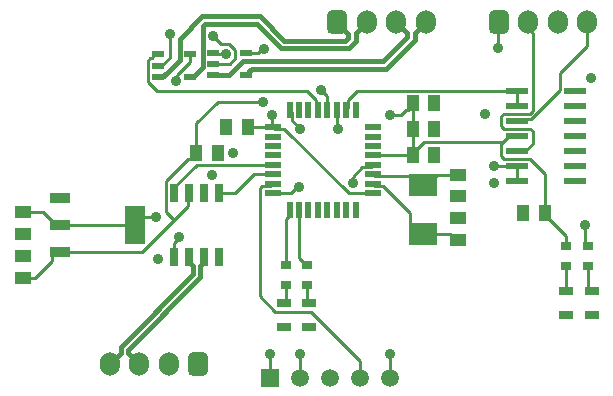
<source format=gtl>
G04*
G04 #@! TF.GenerationSoftware,Altium Limited,Altium Designer,20.2.3 (150)*
G04*
G04 Layer_Physical_Order=1*
G04 Layer_Color=255*
%FSLAX25Y25*%
%MOIN*%
G70*
G04*
G04 #@! TF.SameCoordinates,5AD5DEB4-D25B-43D4-AA11-83956EA83F71*
G04*
G04*
G04 #@! TF.FilePolarity,Positive*
G04*
G01*
G75*
%ADD14C,0.01000*%
%ADD16R,0.03937X0.05315*%
%ADD17R,0.09449X0.07480*%
%ADD18R,0.05315X0.03937*%
%ADD19R,0.02362X0.05807*%
%ADD20R,0.05807X0.02362*%
%ADD21R,0.03937X0.02362*%
%ADD22R,0.06890X0.12598*%
%ADD23R,0.06890X0.03740*%
%ADD24R,0.07800X0.02200*%
%ADD25R,0.04921X0.02953*%
%ADD26R,0.03347X0.02756*%
%ADD27R,0.02756X0.06102*%
%ADD45C,0.01500*%
%ADD46O,0.06693X0.07874*%
G04:AMPARAMS|DCode=47|XSize=66.93mil|YSize=78.74mil|CornerRadius=16.73mil|HoleSize=0mil|Usage=FLASHONLY|Rotation=0.000|XOffset=0mil|YOffset=0mil|HoleType=Round|Shape=RoundedRectangle|*
%AMROUNDEDRECTD47*
21,1,0.06693,0.04528,0,0,0.0*
21,1,0.03347,0.07874,0,0,0.0*
1,1,0.03346,0.01673,-0.02264*
1,1,0.03346,-0.01673,-0.02264*
1,1,0.03346,-0.01673,0.02264*
1,1,0.03346,0.01673,0.02264*
%
%ADD47ROUNDEDRECTD47*%
%ADD48C,0.05906*%
%ADD49R,0.05906X0.05906*%
%ADD50C,0.03543*%
D14*
X438584Y284357D02*
X439273D01*
X436511Y286429D02*
X438584Y284357D01*
X427500Y286429D02*
X436511D01*
X426516D02*
X427500D01*
X423276Y289669D02*
X426516Y286429D01*
X423276Y289669D02*
Y293291D01*
X414122Y302445D02*
X423276Y293291D01*
X432137Y306224D02*
X439273D01*
X428484Y302571D02*
X432137Y306224D01*
X427500Y302571D02*
X428484D01*
X424476Y305594D02*
X427500Y302571D01*
X382976Y327685D02*
X383658Y327004D01*
Y324248D02*
Y327004D01*
Y324248D02*
X386406Y321500D01*
X386500D01*
X427667Y317000D02*
X454000D01*
X377000Y322339D02*
Y326000D01*
X377315Y322024D02*
X377996Y321342D01*
X404000Y305496D02*
X407248Y308744D01*
X410004D02*
X410685Y309425D01*
X398862Y321638D02*
Y327547D01*
X394575Y333500D02*
X395537Y332537D01*
Y327722D02*
X395575Y327685D01*
X377315Y299976D02*
X383483D01*
X385493Y301987D01*
X386099D01*
X402645Y299976D02*
X410685D01*
X381279Y321342D02*
X402645Y299976D01*
X404000Y303248D02*
Y305496D01*
X407248Y308744D02*
X410004D01*
X398862Y321638D02*
X399000Y321500D01*
X377996Y321342D02*
X381279D01*
X393500Y334500D02*
X393575D01*
X398724Y327685D02*
X398862Y327547D01*
X393575Y334500D02*
X394575Y333500D01*
X395537Y327722D02*
Y332537D01*
X376685Y322024D02*
X377000Y322339D01*
X410685Y312575D02*
X423931D01*
X424000Y312644D01*
X377000Y322339D02*
X377315Y322024D01*
X369180Y322178D02*
X369335Y322024D01*
X376685D01*
X424000Y313333D02*
X427667Y317000D01*
X454000D02*
X456000Y319000D01*
X453500Y316500D02*
X454000Y317000D01*
X424000Y313333D02*
Y321322D01*
Y312644D02*
Y313333D01*
Y321322D02*
Y329311D01*
Y330000D01*
X422532Y327842D02*
X424000Y329311D01*
X421842Y327842D02*
X422532D01*
X420000Y326000D02*
X421842Y327842D01*
X416500Y326000D02*
X420000D01*
X359000Y330500D02*
X374000D01*
X351858Y323358D02*
X359000Y330500D01*
X351858Y312921D02*
Y313500D01*
Y314189D01*
Y323358D01*
X405433Y334000D02*
X458800D01*
X402555Y331122D02*
X405433Y334000D01*
X402555Y328366D02*
Y331122D01*
X462500Y354869D02*
X463987Y353382D01*
X462500Y354869D02*
Y357000D01*
X463987Y327367D02*
Y353382D01*
X463121Y326500D02*
X463987Y327367D01*
X349913Y343730D02*
Y346240D01*
X345487Y339303D02*
X349913Y343730D01*
X341588Y343772D02*
X341588D01*
X339087Y342500D02*
X339768Y343181D01*
X340998D01*
X341588Y343772D01*
X341588D02*
X343000Y345183D01*
Y353000D01*
X349159Y311453D02*
X350390D01*
X341835Y293665D02*
Y304129D01*
X350390Y311453D02*
X351858Y312921D01*
X341835Y304129D02*
X349159Y311453D01*
X481500Y284500D02*
Y289500D01*
Y284500D02*
X481540Y284460D01*
Y283126D02*
Y284460D01*
X388782Y334084D02*
X391744Y331122D01*
X338792Y334084D02*
X388782D01*
X391744Y330228D02*
X391744D01*
X391744D02*
Y331122D01*
X391744Y328366D02*
Y330228D01*
X357602Y352500D02*
X360266Y349837D01*
X362790D01*
X364967Y347660D01*
Y344950D02*
Y347660D01*
X363018Y343000D02*
X364967Y344950D01*
X357587Y343000D02*
X363018D01*
X358022Y346305D02*
X361695D01*
X373812Y348000D02*
X374500D01*
X372552Y346740D02*
X373812Y348000D01*
X368413Y346740D02*
X372552D01*
X357587D02*
X358022Y346305D01*
X294000Y293725D02*
X300798D01*
X294000Y271858D02*
X298012D01*
X306598Y289500D02*
X331402D01*
X333902Y292000D01*
X338500D01*
X481540Y283126D02*
X482418Y282248D01*
X482500D01*
X451000Y309000D02*
X458800D01*
X456000Y319000D02*
X458800D01*
X453500Y312479D02*
Y316500D01*
Y312479D02*
X454592Y311387D01*
X463233D01*
X468142Y306479D01*
Y293500D02*
Y306479D01*
X452500Y356842D02*
X452658Y357000D01*
X452500Y348500D02*
Y356842D01*
X335831Y337046D02*
Y344214D01*
Y337046D02*
X338792Y334084D01*
X391744Y328366D02*
X392425Y327685D01*
X344483Y291017D02*
X349144Y295677D01*
X333911Y280445D02*
X344483Y291017D01*
X341835Y293665D02*
X344483Y291017D01*
X349144Y295677D02*
Y299872D01*
X349500Y300228D01*
X416500Y238500D02*
Y246500D01*
X337028Y344969D02*
X338299Y346240D01*
X336585Y344969D02*
X337028D01*
X335831Y344214D02*
X336585Y344969D01*
X338299Y346240D02*
X339087D01*
X463342Y324600D02*
X473013Y334271D01*
X463987Y316387D02*
Y320633D01*
X453613Y322367D02*
Y325633D01*
X459400Y324600D02*
X463342D01*
X463121Y321500D02*
X463987Y320633D01*
X453613Y325633D02*
X454479Y326500D01*
X473013Y334271D02*
Y340010D01*
X458800Y314000D02*
X461600D01*
X454479Y321500D02*
X463121D01*
X454479Y326500D02*
X463121D01*
X461600Y314000D02*
X463987Y316387D01*
X453613Y322367D02*
X454479Y321500D01*
X458800Y324000D02*
X459400Y324600D01*
X482185Y349182D02*
Y357000D01*
X473013Y340010D02*
X482185Y349182D01*
X401874Y327685D02*
X402555Y328366D01*
X475142Y282277D02*
Y285811D01*
X468142Y292811D02*
X475142Y285811D01*
X468142Y292811D02*
Y293500D01*
X346099Y284922D02*
Y285487D01*
X344500Y283323D02*
X346099Y284922D01*
X344500Y278772D02*
Y283323D01*
X306598Y280445D02*
X333911D01*
X376500Y238500D02*
X376599Y238599D01*
Y246487D01*
X386500Y238500D02*
Y246500D01*
X378148Y260551D02*
X390074D01*
X373124Y265575D02*
Y301691D01*
Y265575D02*
X378148Y260551D01*
X390074D02*
X406500Y244125D01*
X373878Y302445D02*
X376634D01*
X373124Y301691D02*
X373878Y302445D01*
X376634D02*
X377315Y303126D01*
X406500Y238500D02*
Y244125D01*
X388556Y276029D02*
X388851D01*
X386126Y278459D02*
Y294315D01*
Y278459D02*
X388556Y276029D01*
X381642D02*
Y291258D01*
X382976Y292593D01*
Y294315D01*
X388851Y263890D02*
Y269532D01*
Y263890D02*
X389426Y263315D01*
X381642Y263815D02*
Y269532D01*
X381142Y263315D02*
X381642Y263815D01*
X305024Y280445D02*
X306598D01*
X352024Y309425D02*
X377315D01*
X344500Y301902D02*
X352024Y309425D01*
X300798Y293725D02*
X305024Y289500D01*
X306598D01*
X298012Y271858D02*
X303654Y277500D01*
Y279075D01*
X305024Y280445D01*
X344500Y300228D02*
Y301902D01*
X359500Y300228D02*
X364962D01*
X371009Y306276D01*
X377315D01*
X458800Y329000D02*
Y334000D01*
Y304000D02*
Y309000D01*
X482500Y268228D02*
Y275752D01*
Y268228D02*
X483476Y267252D01*
X483642D01*
X475142Y267315D02*
Y275781D01*
X410685Y303126D02*
X411366Y302445D01*
X414122D01*
X410685Y306276D02*
X411366Y305594D01*
X424476D01*
D16*
X351858Y313500D02*
D03*
X359142D02*
D03*
X424000Y312644D02*
D03*
X431284D02*
D03*
X369180Y322178D02*
D03*
X361897D02*
D03*
X424000Y321322D02*
D03*
X431284D02*
D03*
X424000Y330000D02*
D03*
X431284D02*
D03*
X468142Y293500D02*
D03*
X460858D02*
D03*
D17*
X427500Y302571D02*
D03*
Y286429D02*
D03*
D18*
X439273Y306224D02*
D03*
Y298940D02*
D03*
Y284357D02*
D03*
Y291640D02*
D03*
X294000Y271858D02*
D03*
Y279142D02*
D03*
Y293725D02*
D03*
Y286442D02*
D03*
D19*
X405024Y294315D02*
D03*
X401874D02*
D03*
X398724D02*
D03*
X395575D02*
D03*
X392425D02*
D03*
X389276D02*
D03*
X386126D02*
D03*
X382976D02*
D03*
Y327685D02*
D03*
X386126D02*
D03*
X389276D02*
D03*
X392425D02*
D03*
X395575D02*
D03*
X398724D02*
D03*
X401874D02*
D03*
X405024D02*
D03*
D20*
X377315Y299976D02*
D03*
Y303126D02*
D03*
Y306276D02*
D03*
Y309425D02*
D03*
Y312575D02*
D03*
Y315724D02*
D03*
Y318874D02*
D03*
Y322024D02*
D03*
X410685D02*
D03*
Y318874D02*
D03*
Y315724D02*
D03*
Y312575D02*
D03*
Y309425D02*
D03*
Y306276D02*
D03*
Y303126D02*
D03*
Y299976D02*
D03*
D21*
X357587Y346740D02*
D03*
Y343000D02*
D03*
Y339260D02*
D03*
X368413D02*
D03*
Y346740D02*
D03*
X339087Y346240D02*
D03*
Y342500D02*
D03*
Y338760D02*
D03*
X349913D02*
D03*
Y346240D02*
D03*
D22*
X331402Y289500D02*
D03*
D23*
X306598Y280445D02*
D03*
Y289500D02*
D03*
Y298555D02*
D03*
D24*
X458800Y334000D02*
D03*
Y329000D02*
D03*
Y324000D02*
D03*
Y319000D02*
D03*
Y314000D02*
D03*
Y309000D02*
D03*
Y304000D02*
D03*
X478200D02*
D03*
Y309000D02*
D03*
Y314000D02*
D03*
Y319000D02*
D03*
Y324000D02*
D03*
Y329000D02*
D03*
Y334000D02*
D03*
D25*
X483642Y259378D02*
D03*
Y267252D02*
D03*
X475142Y259441D02*
D03*
Y267315D02*
D03*
X381142Y255441D02*
D03*
Y263315D02*
D03*
X389426Y255441D02*
D03*
Y263315D02*
D03*
D26*
X475142Y275781D02*
D03*
Y282277D02*
D03*
X482500Y275752D02*
D03*
Y282248D02*
D03*
X381642Y269532D02*
D03*
Y276029D02*
D03*
X388851Y269532D02*
D03*
Y276029D02*
D03*
D27*
X359500Y300228D02*
D03*
X354500D02*
D03*
X349500D02*
D03*
X344500D02*
D03*
Y278772D02*
D03*
X349500D02*
D03*
X354500D02*
D03*
X359500D02*
D03*
D45*
X341633Y339781D02*
X341692D01*
X339518Y339191D02*
X341042D01*
X341633Y339781D01*
X339087Y338760D02*
X339518Y339191D01*
X346408Y344497D02*
Y351484D01*
X353924Y359000D01*
X354959Y356500D02*
X372000D01*
X354081Y355621D02*
X354959Y356500D01*
X353924Y359000D02*
X373036D01*
X350701Y338760D02*
X354081Y342140D01*
Y355621D01*
X372000Y356500D02*
X380187Y348313D01*
X373036Y359000D02*
X381223Y350813D01*
X367522Y344022D02*
X414027D01*
X362760Y339260D02*
X367522Y344022D01*
X349913Y338760D02*
X350701D01*
X341692Y339781D02*
X346408Y344497D01*
X357587Y339260D02*
X362760D01*
X370511Y341522D02*
X415062D01*
X380187Y348313D02*
X402643D01*
X381223Y350813D02*
X401608D01*
X422171Y352166D02*
Y353409D01*
X369201Y339260D02*
X369632Y339691D01*
X415062Y341522D02*
X424671Y351131D01*
X418580Y357000D02*
X422171Y353409D01*
X369632Y339691D02*
Y340643D01*
X424671Y351131D02*
Y353409D01*
X418500Y357000D02*
X418580D01*
X369632Y340643D02*
X370511Y341522D01*
X424671Y353409D02*
X428263Y357000D01*
X414027Y344022D02*
X422171Y352166D01*
X368413Y339260D02*
X369201D01*
X428263Y357000D02*
X428342D01*
X408577D02*
X408658D01*
X402643Y348313D02*
X404986Y350656D01*
Y353409D01*
X401608Y350813D02*
X402486Y351692D01*
Y352934D01*
X398815Y356606D02*
X402486Y352934D01*
X398815Y356606D02*
Y357000D01*
X404986Y353409D02*
X408577Y357000D01*
X326644Y248869D02*
X350750Y272976D01*
X329144Y247834D02*
X353250Y271940D01*
Y275848D02*
X354500Y277098D01*
Y278772D01*
X329144Y246591D02*
X332735Y243000D01*
X329144Y246591D02*
Y247834D01*
X353250Y271940D02*
Y275848D01*
X349500Y277098D02*
X350750Y275848D01*
X349500Y277098D02*
Y278772D01*
X332735Y243000D02*
X332815D01*
X350750Y272976D02*
Y275848D01*
X326644Y246591D02*
Y248869D01*
X323053Y243000D02*
X326644Y246591D01*
X322972Y243000D02*
X323053D01*
D46*
X482185Y357000D02*
D03*
X472342D02*
D03*
X462500D02*
D03*
X428342D02*
D03*
X418500D02*
D03*
X408658D02*
D03*
X342657Y243000D02*
D03*
X332815D02*
D03*
X322972D02*
D03*
D47*
X452658Y357000D02*
D03*
X398815D02*
D03*
X352500Y243000D02*
D03*
D48*
X416500Y238500D02*
D03*
X406500D02*
D03*
X396500D02*
D03*
X386500D02*
D03*
D49*
X376500D02*
D03*
D50*
X483500Y338500D02*
D03*
X386099Y301987D02*
D03*
X404000Y303248D02*
D03*
X377000Y326000D02*
D03*
X399000Y321500D02*
D03*
X393500Y334500D02*
D03*
X448000Y326500D02*
D03*
X416500Y326000D02*
D03*
X343000Y353000D02*
D03*
X481500Y289500D02*
D03*
X451000Y303500D02*
D03*
X386500Y321500D02*
D03*
X357000Y306000D02*
D03*
X364000Y313500D02*
D03*
X361695Y346305D02*
D03*
X374500Y348000D02*
D03*
X357602Y352500D02*
D03*
X339000Y278000D02*
D03*
X338500Y292000D02*
D03*
X374000Y330500D02*
D03*
X345000Y337500D02*
D03*
X451000Y309000D02*
D03*
X452500Y348500D02*
D03*
X416500Y246500D02*
D03*
X346099Y285487D02*
D03*
X376599Y246487D02*
D03*
X386500Y246500D02*
D03*
M02*

</source>
